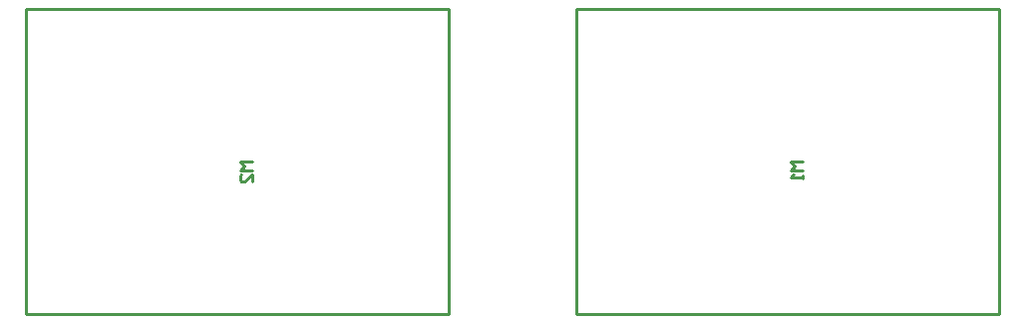
<source format=gbr>
G04 start of page 9 for group -4078 idx -4078 *
G04 Title: (unknown), bottomsilk *
G04 Creator: pcb 20110918 *
G04 CreationDate: Tue 05 Feb 2013 03:16:39 AM GMT UTC *
G04 For: railfan *
G04 Format: Gerber/RS-274X *
G04 PCB-Dimensions: 350000 175000 *
G04 PCB-Coordinate-Origin: lower left *
%MOIN*%
%FSLAX25Y25*%
%LNBOTTOMSILK*%
%ADD81C,0.0100*%
G54D81*X197400Y137900D02*X338600D01*
X197400Y36100D02*X338600D01*
Y137900D01*
X197400Y36100D02*Y137900D01*
X13400D02*X154600D01*
X13400Y36100D02*X154600D01*
Y137900D02*Y36100D01*
X13400Y137900D02*Y36100D01*
X85000Y87000D02*X89000D01*
X85000D02*X86500Y85500D01*
X85000Y84000D01*
X89000D01*
X85500Y82800D02*X85000Y82300D01*
Y80800D02*Y82300D01*
Y80800D02*X85500Y80300D01*
X86500D01*
X89000Y82800D02*X86500Y80300D01*
X89000D02*Y82800D01*
X269000Y87000D02*X273000D01*
X269000D02*X270500Y85500D01*
X269000Y84000D01*
X273000D01*
Y81300D02*Y82300D01*
X269000Y81800D02*X273000D01*
X270000Y82800D02*X269000Y81800D01*
M02*

</source>
